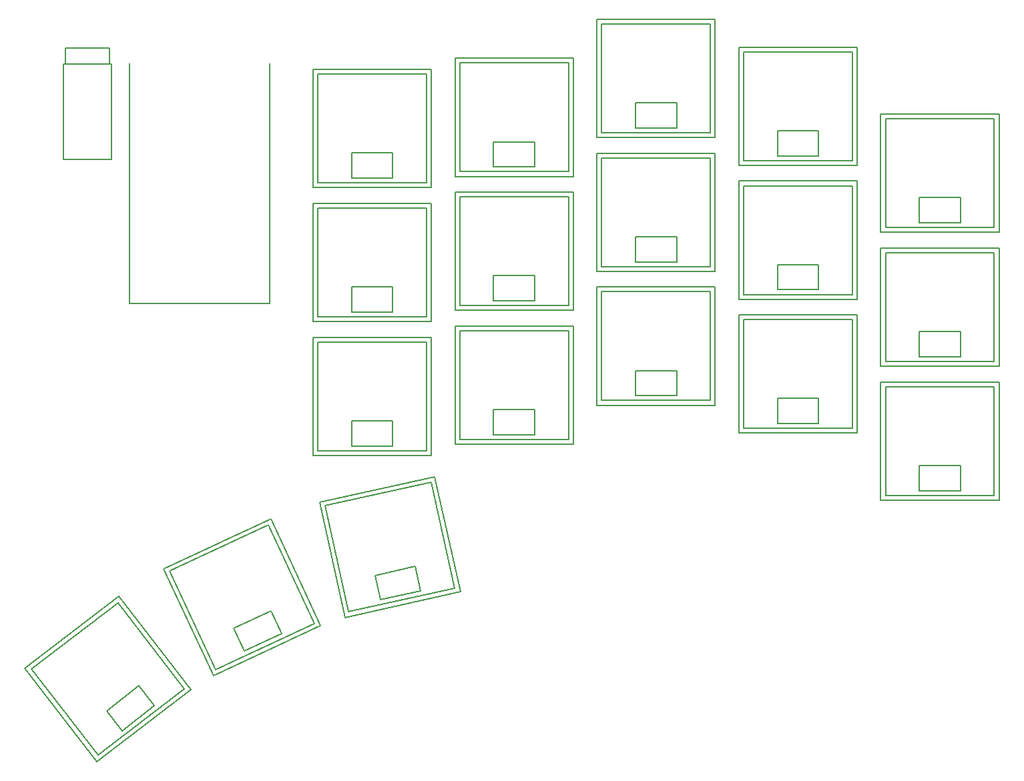
<source format=gbr>
%TF.GenerationSoftware,KiCad,Pcbnew,(5.1.7)-1*%
%TF.CreationDate,2021-07-22T23:36:25+05:30*%
%TF.ProjectId,Pteron36v0,50746572-6f6e-4333-9676-302e6b696361,rev?*%
%TF.SameCoordinates,Original*%
%TF.FileFunction,Other,ECO2*%
%FSLAX46Y46*%
G04 Gerber Fmt 4.6, Leading zero omitted, Abs format (unit mm)*
G04 Created by KiCad (PCBNEW (5.1.7)-1) date 2021-07-22 23:36:25*
%MOMM*%
%LPD*%
G01*
G04 APERTURE LIST*
%ADD10C,0.150000*%
G04 APERTURE END LIST*
D10*
%TO.C,SW22*%
X187500000Y-47749998D02*
X187500000Y-62749998D01*
X172500000Y-47749998D02*
X187500000Y-47749998D01*
X172500000Y-62749998D02*
X172500000Y-47749998D01*
X187500000Y-62749998D02*
X172500000Y-62749998D01*
X186900000Y-48349998D02*
X186900000Y-62149998D01*
X173100000Y-62149998D02*
X173100000Y-48349998D01*
X173100000Y-62149998D02*
X186900000Y-62149998D01*
X186900000Y-48349998D02*
X173100000Y-48349998D01*
X182600000Y-58349998D02*
X182600000Y-61549998D01*
X177400000Y-61549998D02*
X182600000Y-61549998D01*
X177400000Y-58349998D02*
X177400000Y-61549998D01*
X182600000Y-58349998D02*
X177400000Y-58349998D01*
%TO.C,SW23*%
X187500000Y-64749998D02*
X187500000Y-79749998D01*
X172500000Y-64749998D02*
X187500000Y-64749998D01*
X172500000Y-79749998D02*
X172500000Y-64749998D01*
X187500000Y-79749998D02*
X172500000Y-79749998D01*
X186900000Y-65349998D02*
X186900000Y-79149998D01*
X173100000Y-79149998D02*
X173100000Y-65349998D01*
X173100000Y-79149998D02*
X186900000Y-79149998D01*
X186900000Y-65349998D02*
X173100000Y-65349998D01*
X182600000Y-75349998D02*
X182600000Y-78549998D01*
X177400000Y-78549998D02*
X182600000Y-78549998D01*
X177400000Y-75349998D02*
X177400000Y-78549998D01*
X182600000Y-75349998D02*
X177400000Y-75349998D01*
%TO.C,SW28*%
X169500000Y-83166664D02*
X169500000Y-98166664D01*
X154500000Y-83166664D02*
X169500000Y-83166664D01*
X154500000Y-98166664D02*
X154500000Y-83166664D01*
X169500000Y-98166664D02*
X154500000Y-98166664D01*
X168900000Y-83766664D02*
X168900000Y-97566664D01*
X155100000Y-97566664D02*
X155100000Y-83766664D01*
X155100000Y-97566664D02*
X168900000Y-97566664D01*
X168900000Y-83766664D02*
X155100000Y-83766664D01*
X164600000Y-93766664D02*
X164600000Y-96966664D01*
X159400000Y-96966664D02*
X164600000Y-96966664D01*
X159400000Y-93766664D02*
X159400000Y-96966664D01*
X164600000Y-93766664D02*
X159400000Y-93766664D01*
%TO.C,SW27*%
X169500000Y-66166664D02*
X169500000Y-81166664D01*
X154500000Y-66166664D02*
X169500000Y-66166664D01*
X154500000Y-81166664D02*
X154500000Y-66166664D01*
X169500000Y-81166664D02*
X154500000Y-81166664D01*
X168900000Y-66766664D02*
X168900000Y-80566664D01*
X155100000Y-80566664D02*
X155100000Y-66766664D01*
X155100000Y-80566664D02*
X168900000Y-80566664D01*
X168900000Y-66766664D02*
X155100000Y-66766664D01*
X164600000Y-76766664D02*
X164600000Y-79966664D01*
X159400000Y-79966664D02*
X164600000Y-79966664D01*
X159400000Y-76766664D02*
X159400000Y-79966664D01*
X164600000Y-76766664D02*
X159400000Y-76766664D01*
%TO.C,SW26*%
X169500000Y-49166664D02*
X169500000Y-64166664D01*
X154500000Y-49166664D02*
X169500000Y-49166664D01*
X154500000Y-64166664D02*
X154500000Y-49166664D01*
X169500000Y-64166664D02*
X154500000Y-64166664D01*
X168900000Y-49766664D02*
X168900000Y-63566664D01*
X155100000Y-63566664D02*
X155100000Y-49766664D01*
X155100000Y-63566664D02*
X168900000Y-63566664D01*
X168900000Y-49766664D02*
X155100000Y-49766664D01*
X164600000Y-59766664D02*
X164600000Y-62966664D01*
X159400000Y-62966664D02*
X164600000Y-62966664D01*
X159400000Y-59766664D02*
X159400000Y-62966664D01*
X164600000Y-59766664D02*
X159400000Y-59766664D01*
%TO.C,SW24*%
X187500000Y-81749998D02*
X187500000Y-96749998D01*
X172500000Y-81749998D02*
X187500000Y-81749998D01*
X172500000Y-96749998D02*
X172500000Y-81749998D01*
X187500000Y-96749998D02*
X172500000Y-96749998D01*
X186900000Y-82349998D02*
X186900000Y-96149998D01*
X173100000Y-96149998D02*
X173100000Y-82349998D01*
X173100000Y-96149998D02*
X186900000Y-96149998D01*
X186900000Y-82349998D02*
X173100000Y-82349998D01*
X182600000Y-92349998D02*
X182600000Y-95549998D01*
X177400000Y-95549998D02*
X182600000Y-95549998D01*
X177400000Y-92349998D02*
X177400000Y-95549998D01*
X182600000Y-92349998D02*
X177400000Y-92349998D01*
%TO.C,SW20*%
X129857639Y-116026939D02*
X138989061Y-127927239D01*
X117957339Y-125158361D02*
X129857639Y-116026939D01*
X127088761Y-137058661D02*
X117957339Y-125158361D01*
X138989061Y-127927239D02*
X127088761Y-137058661D01*
X129746884Y-116868208D02*
X138147792Y-127816484D01*
X127199516Y-136217392D02*
X118798608Y-125269116D01*
X127199516Y-136217392D02*
X138147792Y-127816484D01*
X129746884Y-116868208D02*
X118798608Y-125269116D01*
X132423079Y-127419416D02*
X134371116Y-129958146D01*
X130245678Y-133123706D02*
X134371116Y-129958146D01*
X128297642Y-130584975D02*
X130245678Y-133123706D01*
X132423079Y-127419416D02*
X128297642Y-130584975D01*
%TO.C,SW19*%
X205500000Y-76791667D02*
X205500000Y-91791667D01*
X190500000Y-76791667D02*
X205500000Y-76791667D01*
X190500000Y-91791667D02*
X190500000Y-76791667D01*
X205500000Y-91791667D02*
X190500000Y-91791667D01*
X204900000Y-77391667D02*
X204900000Y-91191667D01*
X191100000Y-91191667D02*
X191100000Y-77391667D01*
X191100000Y-91191667D02*
X204900000Y-91191667D01*
X204900000Y-77391667D02*
X191100000Y-77391667D01*
X200600000Y-87391667D02*
X200600000Y-90591667D01*
X195400000Y-90591667D02*
X200600000Y-90591667D01*
X195400000Y-87391667D02*
X195400000Y-90591667D01*
X200600000Y-87391667D02*
X195400000Y-87391667D01*
%TO.C,SW18*%
X205500000Y-59791667D02*
X205500000Y-74791667D01*
X190500000Y-59791667D02*
X205500000Y-59791667D01*
X190500000Y-74791667D02*
X190500000Y-59791667D01*
X205500000Y-74791667D02*
X190500000Y-74791667D01*
X204900000Y-60391667D02*
X204900000Y-74191667D01*
X191100000Y-74191667D02*
X191100000Y-60391667D01*
X191100000Y-74191667D02*
X204900000Y-74191667D01*
X204900000Y-60391667D02*
X191100000Y-60391667D01*
X200600000Y-70391667D02*
X200600000Y-73591667D01*
X195400000Y-73591667D02*
X200600000Y-73591667D01*
X195400000Y-70391667D02*
X195400000Y-73591667D01*
X200600000Y-70391667D02*
X195400000Y-70391667D01*
%TO.C,SW17*%
X205500000Y-42791667D02*
X205500000Y-57791667D01*
X190500000Y-42791667D02*
X205500000Y-42791667D01*
X190500000Y-57791667D02*
X190500000Y-42791667D01*
X205500000Y-57791667D02*
X190500000Y-57791667D01*
X204900000Y-43391667D02*
X204900000Y-57191667D01*
X191100000Y-57191667D02*
X191100000Y-43391667D01*
X191100000Y-57191667D02*
X204900000Y-57191667D01*
X204900000Y-43391667D02*
X191100000Y-43391667D01*
X200600000Y-53391667D02*
X200600000Y-56591667D01*
X195400000Y-56591667D02*
X200600000Y-56591667D01*
X195400000Y-53391667D02*
X195400000Y-56591667D01*
X200600000Y-53391667D02*
X195400000Y-53391667D01*
%TO.C,SW15*%
X149127671Y-106199667D02*
X155466945Y-119794283D01*
X135533055Y-112538941D02*
X149127671Y-106199667D01*
X141872329Y-126133557D02*
X135533055Y-112538941D01*
X155466945Y-119794283D02*
X141872329Y-126133557D01*
X148837458Y-106997022D02*
X154669590Y-119504070D01*
X142162542Y-125336202D02*
X136330410Y-112829154D01*
X142162542Y-125336202D02*
X154669590Y-119504070D01*
X148837458Y-106997022D02*
X136330410Y-112829154D01*
X149166517Y-117877359D02*
X150518895Y-120777544D01*
X145806095Y-122975159D02*
X150518895Y-120777544D01*
X144453716Y-120074974D02*
X145806095Y-122975159D01*
X149166517Y-117877359D02*
X144453716Y-120074974D01*
%TO.C,SW14*%
X223500000Y-80333332D02*
X223500000Y-95333332D01*
X208500000Y-80333332D02*
X223500000Y-80333332D01*
X208500000Y-95333332D02*
X208500000Y-80333332D01*
X223500000Y-95333332D02*
X208500000Y-95333332D01*
X222900000Y-80933332D02*
X222900000Y-94733332D01*
X209100000Y-94733332D02*
X209100000Y-80933332D01*
X209100000Y-94733332D02*
X222900000Y-94733332D01*
X222900000Y-80933332D02*
X209100000Y-80933332D01*
X218600000Y-90933332D02*
X218600000Y-94133332D01*
X213400000Y-94133332D02*
X218600000Y-94133332D01*
X213400000Y-90933332D02*
X213400000Y-94133332D01*
X218600000Y-90933332D02*
X213400000Y-90933332D01*
%TO.C,SW13*%
X223500000Y-63333332D02*
X223500000Y-78333332D01*
X208500000Y-63333332D02*
X223500000Y-63333332D01*
X208500000Y-78333332D02*
X208500000Y-63333332D01*
X223500000Y-78333332D02*
X208500000Y-78333332D01*
X222900000Y-63933332D02*
X222900000Y-77733332D01*
X209100000Y-77733332D02*
X209100000Y-63933332D01*
X209100000Y-77733332D02*
X222900000Y-77733332D01*
X222900000Y-63933332D02*
X209100000Y-63933332D01*
X218600000Y-73933332D02*
X218600000Y-77133332D01*
X213400000Y-77133332D02*
X218600000Y-77133332D01*
X213400000Y-73933332D02*
X213400000Y-77133332D01*
X218600000Y-73933332D02*
X213400000Y-73933332D01*
%TO.C,SW12*%
X223500000Y-46333332D02*
X223500000Y-61333332D01*
X208500000Y-46333332D02*
X223500000Y-46333332D01*
X208500000Y-61333332D02*
X208500000Y-46333332D01*
X223500000Y-61333332D02*
X208500000Y-61333332D01*
X222900000Y-46933332D02*
X222900000Y-60733332D01*
X209100000Y-60733332D02*
X209100000Y-46933332D01*
X209100000Y-60733332D02*
X222900000Y-60733332D01*
X222900000Y-46933332D02*
X209100000Y-46933332D01*
X218600000Y-56933332D02*
X218600000Y-60133332D01*
X213400000Y-60133332D02*
X218600000Y-60133332D01*
X213400000Y-56933332D02*
X213400000Y-60133332D01*
X218600000Y-56933332D02*
X213400000Y-56933332D01*
%TO.C,SW10*%
X169948923Y-100846098D02*
X173195517Y-115490538D01*
X155304483Y-104092692D02*
X169948923Y-100846098D01*
X158551077Y-118737132D02*
X155304483Y-104092692D01*
X173195517Y-115490538D02*
X158551077Y-118737132D01*
X169493009Y-101561739D02*
X172479876Y-115034624D01*
X159006991Y-118021491D02*
X156020124Y-104548606D01*
X159006991Y-118021491D02*
X172479876Y-115034624D01*
X169493009Y-101561739D02*
X156020124Y-104548606D01*
X167459332Y-112255390D02*
X168151939Y-115379537D01*
X163075200Y-116505023D02*
X168151939Y-115379537D01*
X162382593Y-113380876D02*
X163075200Y-116505023D01*
X167459332Y-112255390D02*
X162382593Y-113380876D01*
%TO.C,SW9*%
X241500000Y-88833328D02*
X241500000Y-103833328D01*
X226500000Y-88833328D02*
X241500000Y-88833328D01*
X226500000Y-103833328D02*
X226500000Y-88833328D01*
X241500000Y-103833328D02*
X226500000Y-103833328D01*
X240900000Y-89433328D02*
X240900000Y-103233328D01*
X227100000Y-103233328D02*
X227100000Y-89433328D01*
X227100000Y-103233328D02*
X240900000Y-103233328D01*
X240900000Y-89433328D02*
X227100000Y-89433328D01*
X236600000Y-99433328D02*
X236600000Y-102633328D01*
X231400000Y-102633328D02*
X236600000Y-102633328D01*
X231400000Y-99433328D02*
X231400000Y-102633328D01*
X236600000Y-99433328D02*
X231400000Y-99433328D01*
%TO.C,SW8*%
X241500000Y-71833328D02*
X241500000Y-86833328D01*
X226500000Y-71833328D02*
X241500000Y-71833328D01*
X226500000Y-86833328D02*
X226500000Y-71833328D01*
X241500000Y-86833328D02*
X226500000Y-86833328D01*
X240900000Y-72433328D02*
X240900000Y-86233328D01*
X227100000Y-86233328D02*
X227100000Y-72433328D01*
X227100000Y-86233328D02*
X240900000Y-86233328D01*
X240900000Y-72433328D02*
X227100000Y-72433328D01*
X236600000Y-82433328D02*
X236600000Y-85633328D01*
X231400000Y-85633328D02*
X236600000Y-85633328D01*
X231400000Y-82433328D02*
X231400000Y-85633328D01*
X236600000Y-82433328D02*
X231400000Y-82433328D01*
%TO.C,SW7*%
X241500000Y-54833328D02*
X241500000Y-69833328D01*
X226500000Y-54833328D02*
X241500000Y-54833328D01*
X226500000Y-69833328D02*
X226500000Y-54833328D01*
X241500000Y-69833328D02*
X226500000Y-69833328D01*
X240900000Y-55433328D02*
X240900000Y-69233328D01*
X227100000Y-69233328D02*
X227100000Y-55433328D01*
X227100000Y-69233328D02*
X240900000Y-69233328D01*
X240900000Y-55433328D02*
X227100000Y-55433328D01*
X236600000Y-65433328D02*
X236600000Y-68633328D01*
X231400000Y-68633328D02*
X236600000Y-68633328D01*
X231400000Y-65433328D02*
X231400000Y-68633328D01*
X236600000Y-65433328D02*
X231400000Y-65433328D01*
%TO.C,U1*%
X131191000Y-48387000D02*
X131191000Y-78867000D01*
X148971000Y-48387000D02*
X148971000Y-78867000D01*
X148971000Y-78867000D02*
X131191000Y-78867000D01*
%TO.C,J2*%
X123070000Y-48468980D02*
X123070000Y-46468980D01*
X122820000Y-48468980D02*
X122820000Y-60568980D01*
X128670000Y-48468980D02*
X128670000Y-46468980D01*
X122820000Y-60568980D02*
X128920000Y-60568980D01*
X123070000Y-46468980D02*
X128670000Y-46468980D01*
X128920000Y-48468980D02*
X128920000Y-60568980D01*
X122820000Y-48468980D02*
X128920000Y-48468980D01*
%TO.C,J1*%
X128670000Y-48468980D02*
X128670000Y-46468980D01*
X128920000Y-48468980D02*
X128920000Y-60568980D01*
X123070000Y-48468980D02*
X123070000Y-46468980D01*
X128920000Y-60568980D02*
X122820000Y-60568980D01*
X128670000Y-46468980D02*
X123070000Y-46468980D01*
X122820000Y-48468980D02*
X122820000Y-60568980D01*
X128920000Y-48468980D02*
X122820000Y-48468980D01*
%TD*%
M02*

</source>
